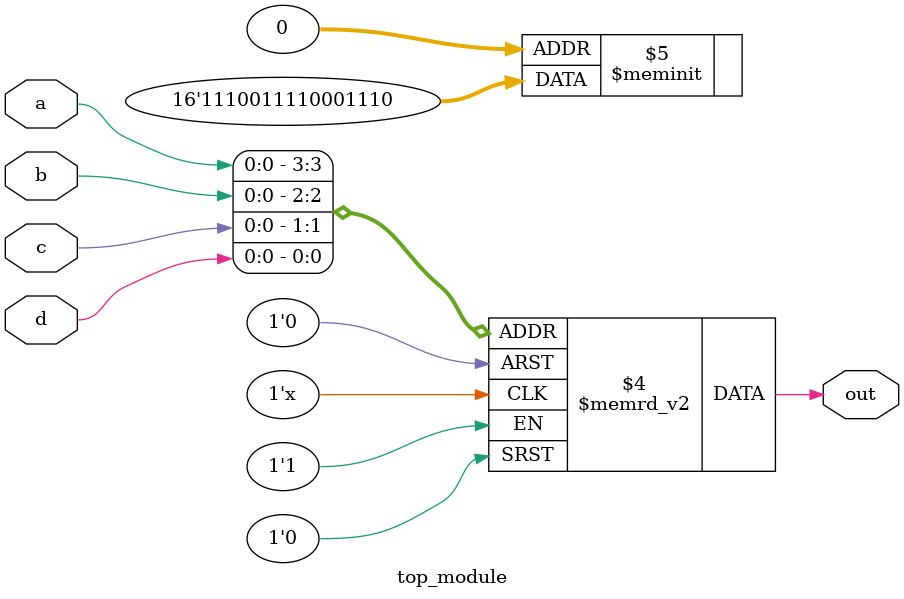
<source format=sv>
module top_module (
    input a, 
    input b,
    input c,
    input d,
    output reg out
);

    always @(*) begin
        case({a,b,c,d})
            4'b0000: out = 1'b0;
            4'b0001: out = 1'b1;
            4'b0010: out = 1'b1;
            4'b0011: out = 1'b1;
            4'b0100: out = 1'b0;
            4'b0101: out = 1'b0;
            4'b0110: out = 1'b0;
            4'b0111: out = 1'b1;
            4'b1000: out = 1'b1; 
            4'b1001: out = 1'b1;
            4'b1010: out = 1'b1;
            4'b1011: out = 1'b0;
            4'b1100: out = 1'b0;
            4'b1101: out = 1'b1;
            4'b1110: out = 1'b1;
            4'b1111: out = 1'b1;
        endcase
    end

endmodule

</source>
